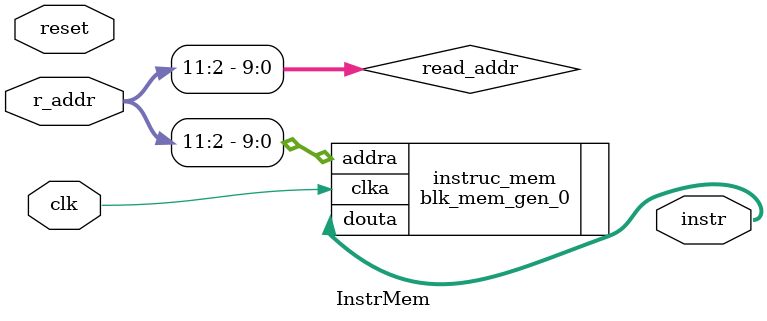
<source format=v>
`include "defines.v"
module InstrMem (
    input clk,
    input reset,
    
    input [31:0] r_addr,

    output [31:0] instr
);

wire [9:0] read_addr; 
assign read_addr = r_addr[11:2];
// always @(*) begin
//   read_addr <= ;

// end
blk_mem_gen_0 instruc_mem ( 
  .clka      (clk          ),            // input clka 
  .addra     (read_addr      ),            // input [8 : 0] addra 
  .douta (instr)
);
endmodule
</source>
